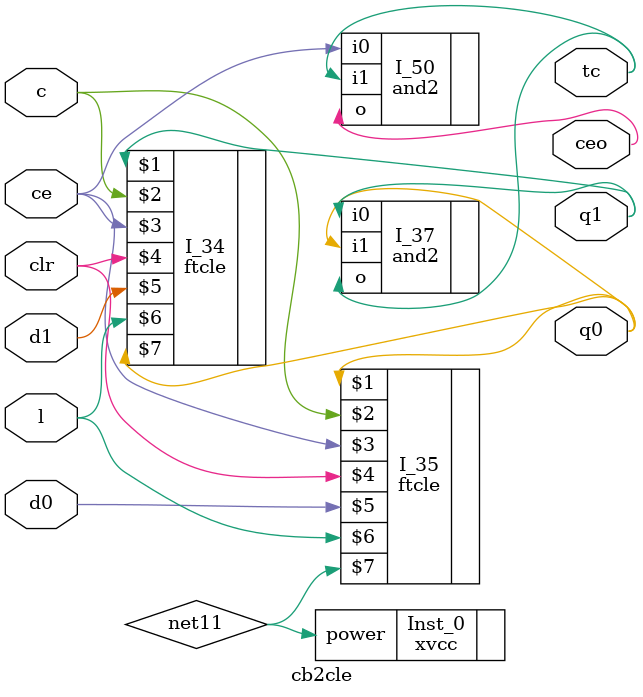
<source format=v>

module cb2cle( ceo, q0, q1, tc, c, ce, clr, d0, d1, l );

output  ceo, q0, q1, tc;


input  c, ce, clr, d0, d1, l;





specify 
    specparam CDS_LIBNAME  = "xc7000";
    specparam CDS_CELLNAME = "cb2cle";
    specparam CDS_VIEWNAME = "schematic";
endspecify

xvcc  Inst_0( .power(net11));
ftcle I_35( q0, c, ce, clr, d0, l, net11);
ftcle I_34( q1, c, ce, clr, d1, l, q0);
and2  I_37( .i0(q1), .o(tc), .i1(q0));
and2  I_50( .i0(ce), .o(ceo), .i1(tc));

endmodule

</source>
